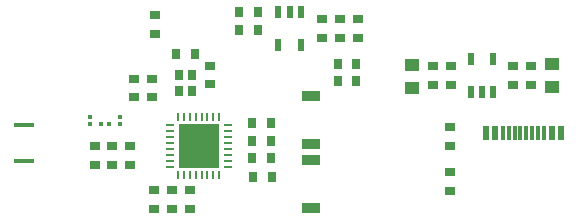
<source format=gtp>
G04*
G04 #@! TF.GenerationSoftware,Altium Limited,Altium Designer,24.0.1 (36)*
G04*
G04 Layer_Color=8421504*
%FSLAX44Y44*%
%MOMM*%
G71*
G04*
G04 #@! TF.SameCoordinates,F64AAE0E-53C9-4E3E-96B2-16B86AA6748B*
G04*
G04*
G04 #@! TF.FilePolarity,Positive*
G04*
G01*
G75*
%ADD18R,0.6000X1.1000*%
%ADD19R,0.7000X0.9000*%
%ADD20R,0.3500X0.3500*%
%ADD21R,1.3000X1.0000*%
%ADD22R,0.9000X0.7000*%
%ADD23R,0.6000X1.1000*%
%ADD24O,0.7500X0.2500*%
%ADD25O,0.2500X0.7500*%
%ADD26R,3.5000X3.8000*%
%ADD27R,1.6000X0.9000*%
%ADD28R,0.3500X0.3500*%
%ADD29R,0.7500X0.8500*%
%ADD30R,1.8000X0.4000*%
%ADD31R,0.3000X1.1500*%
%ADD32R,0.6000X1.1500*%
D18*
X254500Y176750D02*
D03*
X245000D02*
D03*
X235500D02*
D03*
Y148250D02*
D03*
X254500D02*
D03*
D19*
X202100Y176500D02*
D03*
X217900D02*
D03*
X202100Y161500D02*
D03*
X217900D02*
D03*
X285600Y132500D02*
D03*
X301400D02*
D03*
Y117500D02*
D03*
X285600D02*
D03*
X229400Y52500D02*
D03*
X213600D02*
D03*
X214100Y37000D02*
D03*
X229900D02*
D03*
X213600Y82500D02*
D03*
X229400D02*
D03*
X213600Y67500D02*
D03*
X229400D02*
D03*
X164900Y141000D02*
D03*
X149100D02*
D03*
D20*
X85358Y81313D02*
D03*
X91858D02*
D03*
D21*
X349000Y112300D02*
D03*
Y131700D02*
D03*
X467000Y112800D02*
D03*
Y132200D02*
D03*
D22*
X366500Y114600D02*
D03*
Y130400D02*
D03*
X381500Y114600D02*
D03*
Y130400D02*
D03*
X449500Y130400D02*
D03*
Y114600D02*
D03*
X434500Y130400D02*
D03*
Y114600D02*
D03*
X110000Y47100D02*
D03*
Y62900D02*
D03*
X80000Y47100D02*
D03*
Y62900D02*
D03*
X95000Y47100D02*
D03*
Y62900D02*
D03*
X303000Y170400D02*
D03*
Y154600D02*
D03*
X288000Y170400D02*
D03*
Y154600D02*
D03*
X272500Y154600D02*
D03*
Y170400D02*
D03*
X161000Y9600D02*
D03*
Y25400D02*
D03*
X130500Y9600D02*
D03*
Y25400D02*
D03*
X145500Y9600D02*
D03*
Y25400D02*
D03*
X131000Y173900D02*
D03*
Y158100D02*
D03*
X178000Y115100D02*
D03*
Y130900D02*
D03*
X113500Y119900D02*
D03*
Y104100D02*
D03*
X128500D02*
D03*
Y119900D02*
D03*
X381000Y40900D02*
D03*
Y25100D02*
D03*
Y63100D02*
D03*
Y78900D02*
D03*
D23*
X417602Y136500D02*
D03*
Y108500D02*
D03*
X408102D02*
D03*
X398602Y136500D02*
D03*
Y108500D02*
D03*
D24*
X143500Y80500D02*
D03*
Y75500D02*
D03*
Y70500D02*
D03*
Y65500D02*
D03*
Y60500D02*
D03*
Y55500D02*
D03*
Y50500D02*
D03*
Y45500D02*
D03*
X192500D02*
D03*
Y50500D02*
D03*
Y55500D02*
D03*
Y60500D02*
D03*
Y65500D02*
D03*
Y70500D02*
D03*
Y75500D02*
D03*
Y80500D02*
D03*
D25*
X150500Y38500D02*
D03*
X155500D02*
D03*
X160500D02*
D03*
X165500D02*
D03*
X170500D02*
D03*
X175500D02*
D03*
X180500D02*
D03*
X185500D02*
D03*
Y87500D02*
D03*
X180500D02*
D03*
X175500D02*
D03*
X170500D02*
D03*
X165500D02*
D03*
X160500D02*
D03*
X155500D02*
D03*
X150500D02*
D03*
D26*
X168000Y63000D02*
D03*
D27*
X263000Y10000D02*
D03*
Y51000D02*
D03*
Y64500D02*
D03*
Y105500D02*
D03*
D28*
X101541Y81301D02*
D03*
Y87801D02*
D03*
X76000Y81301D02*
D03*
Y87801D02*
D03*
D29*
X151750Y109250D02*
D03*
X162250D02*
D03*
X151750Y122750D02*
D03*
X162250D02*
D03*
D30*
X20500Y50000D02*
D03*
Y81000D02*
D03*
D31*
X425500Y73550D02*
D03*
X430500D02*
D03*
X435500D02*
D03*
X460500D02*
D03*
X455500D02*
D03*
X450500D02*
D03*
X440500D02*
D03*
X445500D02*
D03*
D32*
X467000D02*
D03*
X419000D02*
D03*
X475000D02*
D03*
X411000D02*
D03*
M02*

</source>
